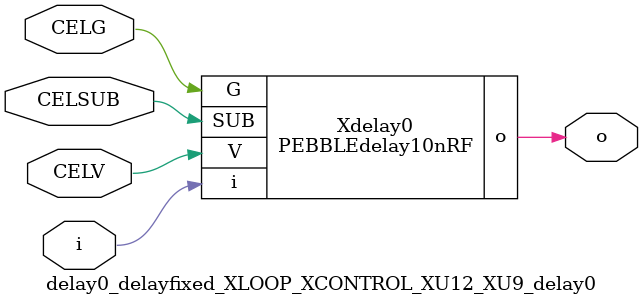
<source format=v>



module PEBBLEdelay10nRF ( o, V, G, i, SUB );

  input V;
  input i;
  input G;
  output o;
  input SUB;
endmodule

//Celera Confidential Do Not Copy delay0_delayfixed_XLOOP_XCONTROL_XU12_XU9_delay0
//TYPE: fixed 10ns
module delay0_delayfixed_XLOOP_XCONTROL_XU12_XU9_delay0 (i, CELV, o,
CELG,CELSUB);
input CELV;
input i;
output o;
input CELSUB;
input CELG;

//Celera Confidential Do Not Copy delayfast0
PEBBLEdelay10nRF Xdelay0(
.V (CELV),
.i (i),
.o (o),
.G (CELG),
.SUB (CELSUB)
);
//,diesize,PEBBLEdelay10nRF

//Celera Confidential Do Not Copy Module End
//Celera Schematic Generator
endmodule

</source>
